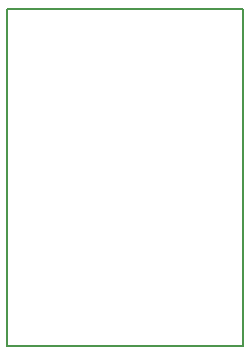
<source format=gm1>
%TF.GenerationSoftware,KiCad,Pcbnew,4.0.7*%
%TF.CreationDate,2018-10-01T17:52:14+02:00*%
%TF.ProjectId,RFID_BOARD_V3_EM4095,524649445F424F4152445F56335F454D,rev?*%
%TF.FileFunction,Profile,NP*%
%FSLAX46Y46*%
G04 Gerber Fmt 4.6, Leading zero omitted, Abs format (unit mm)*
G04 Created by KiCad (PCBNEW 4.0.7) date 2018 October 01, Monday 17:52:14*
%MOMM*%
%LPD*%
G01*
G04 APERTURE LIST*
%ADD10C,0.100000*%
%ADD11C,0.150000*%
G04 APERTURE END LIST*
D10*
D11*
X169000000Y-98000000D02*
X161000000Y-98000000D01*
X161000000Y-126500000D02*
X169000000Y-126500000D01*
X149000000Y-98000000D02*
X149000000Y-126500000D01*
X161000000Y-98000000D02*
X149000000Y-98000000D01*
X169000000Y-126500000D02*
X169000000Y-98000000D01*
X149000000Y-126500000D02*
X161000000Y-126500000D01*
M02*

</source>
